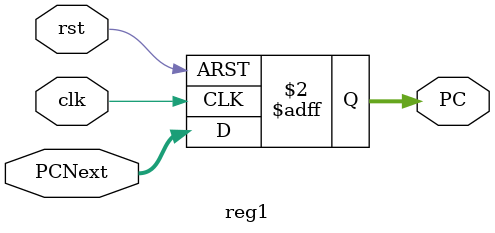
<source format=v>
module reg1(input clk, rst, input[31:0] PCNext, output reg[31:0] PC);
    always @(posedge clk, posedge rst) begin
        if(rst) begin PC = 32'b0; end
    else begin PC = PCNext; end
 end
endmodule
</source>
